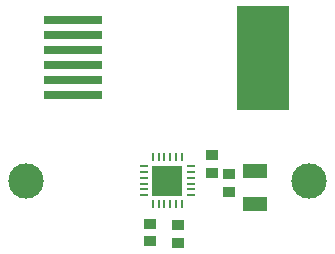
<source format=gts>
G04 #@! TF.FileFunction,Soldermask,Top*
%FSLAX46Y46*%
G04 Gerber Fmt 4.6, Leading zero omitted, Abs format (unit mm)*
G04 Created by KiCad (PCBNEW 4.0.6-e0-6349~53~ubuntu16.04.1) date Sat Jul 29 16:19:03 2017*
%MOMM*%
%LPD*%
G01*
G04 APERTURE LIST*
%ADD10C,0.150000*%
%ADD11R,5.000000X0.760000*%
%ADD12R,4.500000X8.800000*%
%ADD13R,2.499360X2.499360*%
%ADD14O,0.800100X0.248920*%
%ADD15O,0.248920X0.800100*%
%ADD16C,3.000000*%
%ADD17R,1.000760X0.899160*%
%ADD18R,1.000000X0.900000*%
%ADD19R,2.000000X1.250000*%
G04 APERTURE END LIST*
D10*
D11*
X144000000Y-95425000D03*
X144000000Y-97965000D03*
X144000000Y-100505000D03*
X144000000Y-99235000D03*
X144000000Y-101775000D03*
X144000000Y-96695000D03*
D12*
X160050000Y-98600000D03*
D13*
X152000000Y-109000000D03*
D14*
X150001020Y-107750320D03*
X150001020Y-108250700D03*
X150001020Y-108751080D03*
X150001020Y-109248920D03*
X150001020Y-109749300D03*
X150001020Y-110249680D03*
D15*
X150750320Y-110998980D03*
X151250700Y-110998980D03*
X151751080Y-110998980D03*
X152248920Y-110998980D03*
X152749300Y-110998980D03*
X153249680Y-110998980D03*
D14*
X153998980Y-110249680D03*
X153998980Y-109749300D03*
X153998980Y-109248920D03*
X153998980Y-108751080D03*
X153998980Y-108250700D03*
X153998980Y-107750320D03*
D15*
X153249680Y-107001020D03*
X152749300Y-107001020D03*
X152248920Y-107001020D03*
X151751080Y-107001020D03*
X151250700Y-107001020D03*
X150750320Y-107001020D03*
D16*
X140000000Y-109000000D03*
X164000000Y-109000000D03*
D17*
X150500000Y-114151840D03*
D18*
X150500000Y-112648160D03*
D17*
X155800000Y-108351840D03*
D18*
X155800000Y-106848160D03*
D17*
X152900000Y-114251840D03*
D18*
X152900000Y-112748160D03*
D17*
X157200000Y-108448160D03*
D18*
X157200000Y-109951840D03*
D19*
X159400000Y-110975000D03*
X159400000Y-108225000D03*
M02*

</source>
